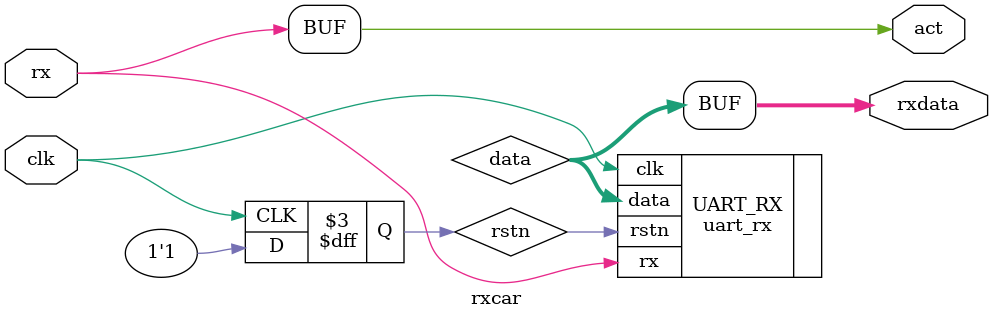
<source format=v>


module rxcar(input wire clk, input wire rx, output wire [7:0] rxdata, output wire act);


reg rstn = 0;
wire [7:0] data;



uart_rx UART_RX (
    .clk(clk), 
    .rstn(rstn),
    .rx(rx),
    .data(data)
  );

//-- Sacar dato recibido por los leds
assign rxdata = data;

//-- Sacar actividad por led verde
assign act = rx;

//-- Inicializador
always @(posedge(clk)) begin
  rstn <= 1;
end


endmodule




  

</source>
